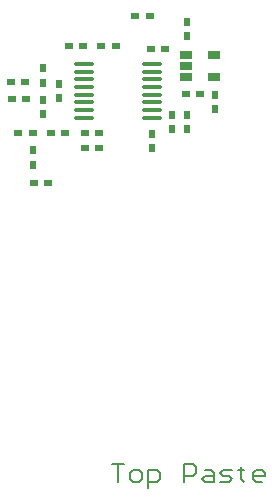
<source format=gtp>
%FSLAX25Y25*%
%MOIN*%
G70*
G01*
G75*
G04 Layer_Color=9021481*
%ADD10R,0.03150X0.02362*%
%ADD11R,0.04331X0.02559*%
%ADD12O,0.06693X0.01378*%
%ADD13R,0.02362X0.03150*%
%ADD14C,0.01500*%
%ADD15C,0.01000*%
%ADD16C,0.03000*%
%ADD17C,0.02500*%
%ADD18C,0.01300*%
%ADD19C,0.02000*%
%ADD20C,0.00800*%
%ADD21C,0.06496*%
%ADD22R,0.06496X0.06496*%
%ADD23R,0.06496X0.06496*%
%ADD24C,0.02000*%
G04:AMPARAMS|DCode=25|XSize=39.37mil|YSize=15.75mil|CornerRadius=3.94mil|HoleSize=0mil|Usage=FLASHONLY|Rotation=0.000|XOffset=0mil|YOffset=0mil|HoleType=Round|Shape=RoundedRectangle|*
%AMROUNDEDRECTD25*
21,1,0.03937,0.00787,0,0,0.0*
21,1,0.03150,0.01575,0,0,0.0*
1,1,0.00787,0.01575,-0.00394*
1,1,0.00787,-0.01575,-0.00394*
1,1,0.00787,-0.01575,0.00394*
1,1,0.00787,0.01575,0.00394*
%
%ADD25ROUNDEDRECTD25*%
G04:AMPARAMS|DCode=26|XSize=74.8mil|YSize=133.86mil|CornerRadius=0mil|HoleSize=0mil|Usage=FLASHONLY|Rotation=270.000|XOffset=0mil|YOffset=0mil|HoleType=Round|Shape=Octagon|*
%AMOCTAGOND26*
4,1,8,0.06693,0.01870,0.06693,-0.01870,0.04823,-0.03740,-0.04823,-0.03740,-0.06693,-0.01870,-0.06693,0.01870,-0.04823,0.03740,0.04823,0.03740,0.06693,0.01870,0.0*
%
%ADD26OCTAGOND26*%

%ADD27R,0.05512X0.03543*%
%ADD28R,0.07087X0.03543*%
%ADD29R,0.03740X0.03937*%
%ADD30R,0.08500X0.10799*%
%ADD31R,0.03937X0.03740*%
%ADD32R,0.02362X0.07480*%
%ADD33C,0.03500*%
%ADD34C,0.00984*%
%ADD35C,0.02362*%
%ADD36C,0.00700*%
%ADD37C,0.00787*%
%ADD38C,0.00600*%
%ADD39C,0.00500*%
D10*
X31262Y30600D02*
D03*
X26538D02*
D03*
X24258Y41739D02*
D03*
X28983D02*
D03*
X37338Y30600D02*
D03*
X42062D02*
D03*
X48738Y25400D02*
D03*
X53462D02*
D03*
X36462Y13900D02*
D03*
X31738D02*
D03*
X24158Y47339D02*
D03*
X28883D02*
D03*
X48738Y30600D02*
D03*
X53462D02*
D03*
X48162Y59500D02*
D03*
X43438D02*
D03*
X70738Y58500D02*
D03*
X75462D02*
D03*
X58962Y59500D02*
D03*
X54238D02*
D03*
X82338Y43500D02*
D03*
X87062D02*
D03*
X65538Y69600D02*
D03*
X70262D02*
D03*
D11*
X91724Y56440D02*
D03*
Y48960D02*
D03*
X82276D02*
D03*
Y52700D02*
D03*
Y56440D02*
D03*
D12*
X48480Y53457D02*
D03*
Y50898D02*
D03*
Y48339D02*
D03*
Y45779D02*
D03*
Y43220D02*
D03*
Y40661D02*
D03*
Y38102D02*
D03*
Y35543D02*
D03*
X70920Y53457D02*
D03*
Y50898D02*
D03*
Y48339D02*
D03*
Y45779D02*
D03*
Y43220D02*
D03*
Y40661D02*
D03*
Y38102D02*
D03*
Y35543D02*
D03*
D13*
X82700Y62838D02*
D03*
Y67562D02*
D03*
X77800Y36462D02*
D03*
Y31738D02*
D03*
X71000Y25538D02*
D03*
Y30262D02*
D03*
X31300Y19938D02*
D03*
Y24662D02*
D03*
X92200Y43062D02*
D03*
Y38338D02*
D03*
X34721Y41562D02*
D03*
Y36838D02*
D03*
X40220Y46862D02*
D03*
Y42138D02*
D03*
X34721Y51962D02*
D03*
Y47238D02*
D03*
X82900Y31738D02*
D03*
Y36462D02*
D03*
D20*
X57700Y-79851D02*
X61699D01*
X59699D01*
Y-85849D01*
X64698D02*
X66697D01*
X67697Y-84850D01*
Y-82850D01*
X66697Y-81851D01*
X64698D01*
X63698Y-82850D01*
Y-84850D01*
X64698Y-85849D01*
X69696Y-87849D02*
Y-81851D01*
X72695D01*
X73695Y-82850D01*
Y-84850D01*
X72695Y-85849D01*
X69696D01*
X81692D02*
Y-79851D01*
X84691D01*
X85691Y-80851D01*
Y-82850D01*
X84691Y-83850D01*
X81692D01*
X88690Y-81851D02*
X90689D01*
X91689Y-82850D01*
Y-85849D01*
X88690D01*
X87690Y-84850D01*
X88690Y-83850D01*
X91689D01*
X93688Y-85849D02*
X96687D01*
X97687Y-84850D01*
X96687Y-83850D01*
X94688D01*
X93688Y-82850D01*
X94688Y-81851D01*
X97687D01*
X100686Y-80851D02*
Y-81851D01*
X99686D01*
X101686D01*
X100686D01*
Y-84850D01*
X101686Y-85849D01*
X107684D02*
X105684D01*
X104685Y-84850D01*
Y-82850D01*
X105684Y-81851D01*
X107684D01*
X108684Y-82850D01*
Y-83850D01*
X104685D01*
M02*

</source>
